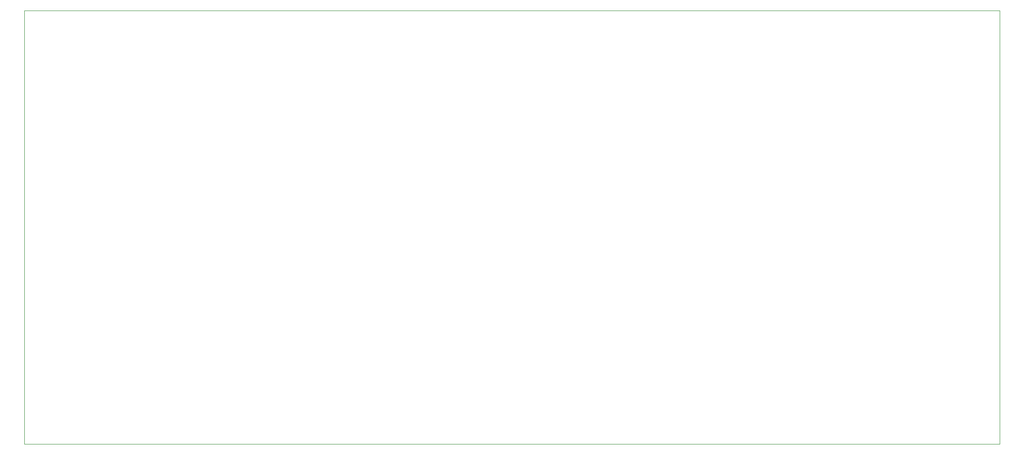
<source format=gbr>
G04*
G04 #@! TF.GenerationSoftware,Altium Limited,Altium Designer,25.5.2 (35)*
G04*
G04 Layer_Color=0*
%FSLAX43Y43*%
%MOMM*%
G71*
G04*
G04 #@! TF.SameCoordinates,FA6C6725-7EFF-47C5-9DEB-600D18B7A1A6*
G04*
G04*
G04 #@! TF.FilePolarity,Positive*
G04*
G01*
G75*
%ADD193C,0.025*%
D193*
X10000Y10000D02*
Y90000D01*
X190000D01*
Y10000D01*
X10000D01*
M02*

</source>
